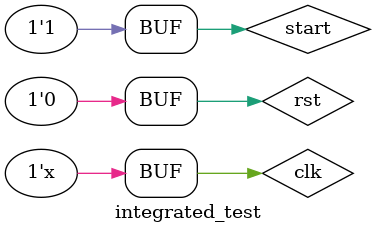
<source format=v>
`timescale 1ns / 1ps


module integrated_test;

	// Inputs
	reg clk;
	reg rst;
	reg start;
	wire finish;
	// Instantiate the Unit Under Test (UUT)
	integrated uut (
		.clk(clk), 
		.rst(rst),  
		.finish(finish),
		.start(start)
	);
always #1 clk=~clk;
	initial begin
		// Initialize Inputs
		clk = 0;
		start=0;
		rst = 1;
		#5
		rst=0;
		#6000
		start=1;
		
	

		// Wait 100 ns for global reset to finish
		#100;
        
		// Add stimulus here

	end
      
endmodule


</source>
